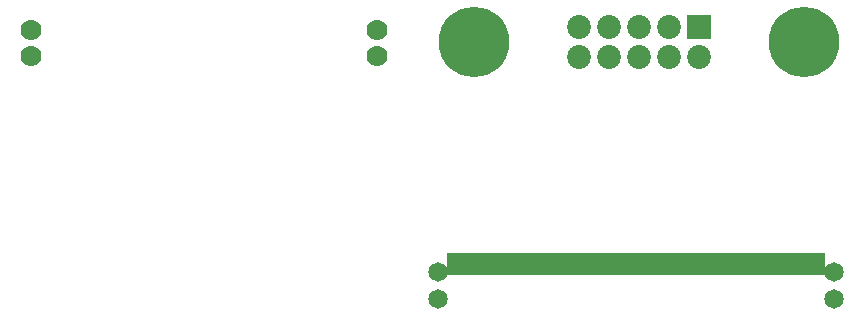
<source format=gts>
G04 #@! TF.FileFunction,Soldermask,Top*
%FSLAX46Y46*%
G04 Gerber Fmt 4.6, Leading zero omitted, Abs format (unit mm)*
G04 Created by KiCad (PCBNEW 4.0.6) date Tuesday, May 23, 2017 'AMt' 09:33:37 AM*
%MOMM*%
%LPD*%
G01*
G04 APERTURE LIST*
%ADD10C,0.150000*%
%ADD11C,5.968000*%
%ADD12R,2.028000X2.028000*%
%ADD13C,2.028000*%
%ADD14R,0.889000X1.905000*%
%ADD15C,1.651000*%
%ADD16C,1.778000*%
G04 APERTURE END LIST*
D10*
D11*
X95250000Y-40640000D03*
X67310000Y-40640000D03*
D12*
X86360000Y-39370000D03*
D13*
X86360000Y-41910000D03*
X83820000Y-39370000D03*
X83820000Y-41910000D03*
X81280000Y-39370000D03*
X81280000Y-41910000D03*
X78740000Y-39370000D03*
X78740000Y-41910000D03*
X76200000Y-39370000D03*
X76200000Y-41910000D03*
D14*
X96557500Y-59448700D03*
X95922500Y-59448700D03*
X95287500Y-59448700D03*
X94652500Y-59448700D03*
X94017500Y-59448700D03*
X93382500Y-59448700D03*
X92747500Y-59448700D03*
X92112500Y-59448700D03*
X91477500Y-59448700D03*
X90842500Y-59448700D03*
X90207500Y-59448700D03*
X89572500Y-59448700D03*
X88937500Y-59448700D03*
X88302500Y-59448700D03*
X87667500Y-59448700D03*
X87032500Y-59448700D03*
X86397500Y-59448700D03*
X85762500Y-59448700D03*
X85127500Y-59448700D03*
X84492500Y-59448700D03*
X83857500Y-59448700D03*
X83222500Y-59448700D03*
X82587500Y-59448700D03*
X81952500Y-59448700D03*
X81317500Y-59448700D03*
X80682500Y-59448700D03*
X80047500Y-59448700D03*
X79412500Y-59448700D03*
X78777500Y-59448700D03*
X78142500Y-59448700D03*
X77507500Y-59448700D03*
X76872500Y-59448700D03*
X76237500Y-59448700D03*
X75602500Y-59448700D03*
X74967500Y-59448700D03*
X74332500Y-59448700D03*
X73697500Y-59448700D03*
X73062500Y-59448700D03*
X72427500Y-59448700D03*
X71792500Y-59448700D03*
X71157500Y-59448700D03*
X70522500Y-59448700D03*
X69887500Y-59448700D03*
X69252500Y-59448700D03*
X68617500Y-59448700D03*
X67982500Y-59448700D03*
X67347500Y-59448700D03*
X66712500Y-59448700D03*
X66077500Y-59448700D03*
X65442500Y-59448700D03*
D15*
X97764000Y-62357000D03*
X64236000Y-62357000D03*
X97764000Y-60096400D03*
X64236000Y-60096400D03*
D16*
X29794200Y-39573200D03*
X59105800Y-39573200D03*
X29794200Y-41833800D03*
X59105800Y-41833800D03*
M02*

</source>
